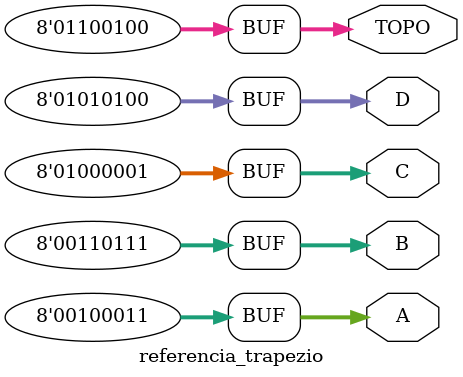
<source format=v>
module referencia_trapezio (A,B,C,D, TOPO);
output [7:0] A, B, C,D, TOPO;

/* Primeira configuracao:
assign A = 8'd120; 
assign B = 8'd130; 
assign C = 8'd140; 
assign D = 8'd170;*/

/* Segunda configuracao:
assign A = 8'd5;
assign B = 8'd77;
assign C = 8'd153;
assign D = 8'd222;*/

//Terceira configuracao:
assign A = 8'd35;
assign B = 8'd55;
assign C = 8'd65;
assign D = 8'd84;

assign TOPO = 8'd100; //100 decimal

endmodule

/*============================================================================================================
 Este programa tem a finalidade de definir as variáveis a, b, c e d:
               
		                                           _________ 
		                                          /         \
	                                            /           \
                                              /             \	
															/               \ 
		                                      a    b       c    d
===============================================================================================================*/

</source>
